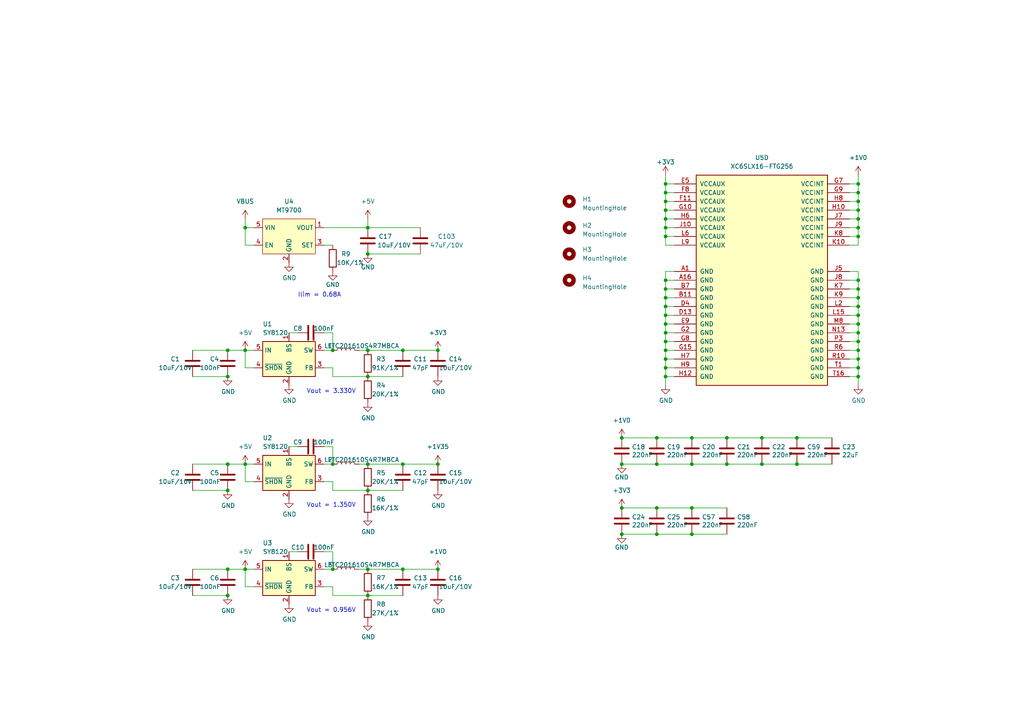
<source format=kicad_sch>
(kicad_sch (version 20231120) (generator "eeschema") (generator_version "8.0")
  (paper "A4")
  (title_block (title "Caster EPDC") (date "2022-07-03") (rev "R0.4") (company "Copyright 2022 Modos / Engineer: Wenting Zhang"))
  (junction (at 248.92 68.58))
  (junction (at 66.04 101.6))
  (junction (at 116.84 134.62))
  (junction (at 248.92 66.04))
  (junction (at 200.66 127) (diameter 0.9144))
  (junction (at 190.5 147.32))
  (junction (at 96.52 165.1))
  (junction (at 106.68 165.1) (diameter 0.9144))
  (junction (at 200.66 147.32))
  (junction (at 248.92 91.44))
  (junction (at 193.04 81.28))
  (junction (at 106.68 134.62) (diameter 0.9144))
  (junction (at 193.04 60.96))
  (junction (at 231.14 134.62))
  (junction (at 71.12 165.1) (diameter 0.9144))
  (junction (at 106.68 73.66))
  (junction (at 193.04 104.14))
  (junction (at 71.12 101.6) (diameter 0.9144))
  (junction (at 248.92 109.22))
  (junction (at 106.68 109.22) (diameter 0.9144))
  (junction (at 193.04 91.44))
  (junction (at 106.68 172.72) (diameter 0.9144))
  (junction (at 248.92 93.98))
  (junction (at 193.04 68.58))
  (junction (at 220.98 127))
  (junction (at 193.04 101.6))
  (junction (at 193.04 93.98))
  (junction (at 116.84 101.6))
  (junction (at 210.82 134.62) (diameter 0.9144))
  (junction (at 248.92 86.36))
  (junction (at 248.92 58.42))
  (junction (at 248.92 106.68))
  (junction (at 193.04 53.34))
  (junction (at 127 101.6))
  (junction (at 127 165.1))
  (junction (at 193.04 63.5))
  (junction (at 220.98 134.62))
  (junction (at 106.68 101.6) (diameter 0.9144))
  (junction (at 71.12 134.62) (diameter 0.9144))
  (junction (at 248.92 88.9))
  (junction (at 248.92 83.82))
  (junction (at 116.84 165.1))
  (junction (at 200.66 134.62) (diameter 0.9144))
  (junction (at 106.68 142.24) (diameter 0.9144))
  (junction (at 248.92 99.06))
  (junction (at 248.92 81.28))
  (junction (at 66.04 142.24) (diameter 0.9144))
  (junction (at 193.04 96.52))
  (junction (at 193.04 58.42))
  (junction (at 127 134.62))
  (junction (at 248.92 63.5))
  (junction (at 180.34 147.32))
  (junction (at 190.5 154.94))
  (junction (at 96.52 134.62))
  (junction (at 193.04 55.88))
  (junction (at 193.04 109.22))
  (junction (at 71.12 66.04))
  (junction (at 96.52 101.6))
  (junction (at 248.92 101.6))
  (junction (at 193.04 99.06))
  (junction (at 66.04 134.62))
  (junction (at 231.14 127))
  (junction (at 248.92 104.14))
  (junction (at 66.04 172.72) (diameter 0.9144))
  (junction (at 106.68 66.04))
  (junction (at 193.04 106.68))
  (junction (at 193.04 66.04))
  (junction (at 180.34 154.94))
  (junction (at 193.04 86.36))
  (junction (at 210.82 127) (diameter 0.9144))
  (junction (at 180.34 127))
  (junction (at 190.5 134.62) (diameter 0.9144))
  (junction (at 200.66 154.94))
  (junction (at 66.04 165.1))
  (junction (at 66.04 109.22) (diameter 0.9144))
  (junction (at 248.92 96.52))
  (junction (at 180.34 134.62) (diameter 0.9144))
  (junction (at 248.92 60.96))
  (junction (at 193.04 88.9))
  (junction (at 248.92 55.88))
  (junction (at 248.92 53.34))
  (junction (at 190.5 127) (diameter 0.9144))
  (junction (at 193.04 83.82))
  (wire (pts (xy 193.04 101.6) (xy 195.58 101.6)))
  (wire (pts (xy 106.68 134.62) (xy 104.14 134.62)))
  (wire (pts (xy 83.82 160.02) (xy 86.36 160.02)))
  (wire (pts (xy 121.92 73.66) (xy 106.68 73.66)))
  (wire (pts (xy 71.12 134.62) (xy 73.66 134.62)))
  (wire (pts (xy 66.04 101.6) (xy 71.12 101.6)))
  (wire (pts (xy 193.04 53.34) (xy 195.58 53.34)))
  (wire (pts (xy 246.38 78.74) (xy 248.92 78.74)))
  (wire (pts (xy 93.98 71.12) (xy 96.52 71.12)))
  (wire (pts (xy 248.92 101.6) (xy 248.92 104.14)))
  (wire (pts (xy 71.12 66.04) (xy 73.66 66.04)))
  (wire (pts (xy 121.92 66.04) (xy 106.68 66.04)))
  (wire (pts (xy 193.04 81.28) (xy 195.58 81.28)))
  (wire (pts (xy 96.52 101.6) (xy 93.98 101.6)))
  (wire (pts (xy 93.98 129.54) (xy 96.52 129.54)))
  (wire (pts (xy 248.92 81.28) (xy 246.38 81.28)))
  (wire (pts (xy 71.12 71.12) (xy 73.66 71.12)))
  (wire (pts (xy 248.92 58.42) (xy 248.92 60.96)))
  (wire (pts (xy 73.66 139.7) (xy 71.12 139.7)))
  (wire (pts (xy 210.82 134.62) (xy 220.98 134.62)))
  (wire (pts (xy 116.84 101.6) (xy 127 101.6)))
  (wire (pts (xy 248.92 58.42) (xy 246.38 58.42)))
  (wire (pts (xy 248.92 99.06) (xy 246.38 99.06)))
  (wire (pts (xy 200.66 147.32) (xy 210.82 147.32)))
  (wire (pts (xy 248.92 106.68) (xy 248.92 109.22)))
  (wire (pts (xy 106.68 172.72) (xy 116.84 172.72)))
  (wire (pts (xy 96.52 170.18) (xy 96.52 172.72)))
  (wire (pts (xy 93.98 170.18) (xy 96.52 170.18)))
  (wire (pts (xy 55.88 172.72) (xy 66.04 172.72)))
  (wire (pts (xy 106.68 109.22) (xy 96.52 109.22)))
  (wire (pts (xy 193.04 58.42) (xy 195.58 58.42)))
  (wire (pts (xy 66.04 165.1) (xy 71.12 165.1)))
  (wire (pts (xy 193.04 106.68) (xy 195.58 106.68)))
  (wire (pts (xy 200.66 134.62) (xy 190.5 134.62)))
  (wire (pts (xy 193.04 83.82) (xy 195.58 83.82)))
  (wire (pts (xy 190.5 154.94) (xy 200.66 154.94)))
  (wire (pts (xy 248.92 53.34) (xy 246.38 53.34)))
  (wire (pts (xy 248.92 109.22) (xy 248.92 111.76)))
  (wire (pts (xy 200.66 127) (xy 190.5 127)))
  (wire (pts (xy 248.92 106.68) (xy 246.38 106.68)))
  (wire (pts (xy 193.04 63.5) (xy 195.58 63.5)))
  (wire (pts (xy 248.92 86.36) (xy 248.92 88.9)))
  (wire (pts (xy 248.92 55.88) (xy 246.38 55.88)))
  (wire (pts (xy 71.12 63.5) (xy 71.12 66.04)))
  (wire (pts (xy 248.92 50.8) (xy 248.92 53.34)))
  (wire (pts (xy 248.92 71.12) (xy 246.38 71.12)))
  (wire (pts (xy 193.04 109.22) (xy 195.58 109.22)))
  (wire (pts (xy 248.92 104.14) (xy 246.38 104.14)))
  (wire (pts (xy 248.92 68.58) (xy 248.92 71.12)))
  (wire (pts (xy 193.04 86.36) (xy 195.58 86.36)))
  (wire (pts (xy 193.04 96.52) (xy 195.58 96.52)))
  (wire (pts (xy 55.88 109.22) (xy 66.04 109.22)))
  (wire (pts (xy 248.92 55.88) (xy 248.92 58.42)))
  (wire (pts (xy 116.84 134.62) (xy 127 134.62)))
  (wire (pts (xy 248.92 81.28) (xy 248.92 83.82)))
  (wire (pts (xy 106.68 101.6) (xy 104.14 101.6)))
  (wire (pts (xy 248.92 83.82) (xy 248.92 86.36)))
  (wire (pts (xy 96.52 106.68) (xy 96.52 109.22)))
  (wire (pts (xy 93.98 106.68) (xy 96.52 106.68)))
  (wire (pts (xy 71.12 106.68) (xy 71.12 101.6)))
  (wire (pts (xy 83.82 96.52) (xy 86.36 96.52)))
  (wire (pts (xy 248.92 109.22) (xy 246.38 109.22)))
  (wire (pts (xy 231.14 127) (xy 241.3 127)))
  (wire (pts (xy 106.68 142.24) (xy 116.84 142.24)))
  (wire (pts (xy 96.52 160.02) (xy 96.52 165.1)))
  (wire (pts (xy 71.12 165.1) (xy 73.66 165.1)))
  (wire (pts (xy 193.04 99.06) (xy 195.58 99.06)))
  (wire (pts (xy 248.92 83.82) (xy 246.38 83.82)))
  (wire (pts (xy 106.68 172.72) (xy 96.52 172.72)))
  (wire (pts (xy 248.92 99.06) (xy 248.92 101.6)))
  (wire (pts (xy 190.5 154.94) (xy 180.34 154.94)))
  (wire (pts (xy 193.04 55.88) (xy 195.58 55.88)))
  (wire (pts (xy 200.66 154.94) (xy 210.82 154.94)))
  (wire (pts (xy 106.68 134.62) (xy 116.84 134.62)))
  (wire (pts (xy 248.92 91.44) (xy 248.92 93.98)))
  (wire (pts (xy 73.66 106.68) (xy 71.12 106.68)))
  (wire (pts (xy 248.92 91.44) (xy 246.38 91.44)))
  (wire (pts (xy 248.92 63.5) (xy 246.38 63.5)))
  (wire (pts (xy 71.12 101.6) (xy 73.66 101.6)))
  (wire (pts (xy 55.88 134.62) (xy 66.04 134.62)))
  (wire (pts (xy 96.52 96.52) (xy 96.52 101.6)))
  (wire (pts (xy 93.98 139.7) (xy 96.52 139.7)))
  (wire (pts (xy 248.92 60.96) (xy 246.38 60.96)))
  (wire (pts (xy 71.12 139.7) (xy 71.12 134.62)))
  (wire (pts (xy 248.92 96.52) (xy 248.92 99.06)))
  (wire (pts (xy 220.98 127) (xy 231.14 127)))
  (wire (pts (xy 106.68 66.04) (xy 106.68 63.5)))
  (wire (pts (xy 248.92 53.34) (xy 248.92 55.88)))
  (wire (pts (xy 193.04 60.96) (xy 195.58 60.96)))
  (wire (pts (xy 248.92 88.9) (xy 246.38 88.9)))
  (wire (pts (xy 193.04 66.04) (xy 195.58 66.04)))
  (wire (pts (xy 248.92 93.98) (xy 248.92 96.52)))
  (wire (pts (xy 248.92 78.74) (xy 248.92 81.28)))
  (wire (pts (xy 248.92 66.04) (xy 248.92 68.58)))
  (wire (pts (xy 248.92 68.58) (xy 246.38 68.58)))
  (wire (pts (xy 55.88 165.1) (xy 66.04 165.1)))
  (wire (pts (xy 231.14 134.62) (xy 241.3 134.62)))
  (wire (pts (xy 248.92 93.98) (xy 246.38 93.98)))
  (wire (pts (xy 193.04 68.58) (xy 195.58 68.58)))
  (wire (pts (xy 96.52 129.54) (xy 96.52 134.62)))
  (wire (pts (xy 193.04 50.8) (xy 193.04 53.34)))
  (wire (pts (xy 193.04 53.34) (xy 193.04 55.88)))
  (wire (pts (xy 193.04 55.88) (xy 193.04 58.42)))
  (wire (pts (xy 193.04 58.42) (xy 193.04 60.96)))
  (wire (pts (xy 193.04 60.96) (xy 193.04 63.5)))
  (wire (pts (xy 193.04 63.5) (xy 193.04 66.04)))
  (wire (pts (xy 193.04 66.04) (xy 193.04 68.58)))
  (wire (pts (xy 193.04 68.58) (xy 193.04 71.12)))
  (wire (pts (xy 193.04 71.12) (xy 195.58 71.12)))
  (wire (pts (xy 71.12 170.18) (xy 71.12 165.1)))
  (wire (pts (xy 210.82 134.62) (xy 200.66 134.62)))
  (wire (pts (xy 83.82 129.54) (xy 86.36 129.54)))
  (wire (pts (xy 180.34 147.32) (xy 190.5 147.32)))
  (wire (pts (xy 96.52 165.1) (xy 93.98 165.1)))
  (wire (pts (xy 55.88 142.24) (xy 66.04 142.24)))
  (wire (pts (xy 96.52 134.62) (xy 93.98 134.62)))
  (wire (pts (xy 93.98 66.04) (xy 106.68 66.04)))
  (wire (pts (xy 106.68 142.24) (xy 96.52 142.24)))
  (wire (pts (xy 106.68 109.22) (xy 116.84 109.22)))
  (wire (pts (xy 248.92 101.6) (xy 246.38 101.6)))
  (wire (pts (xy 210.82 127) (xy 200.66 127)))
  (wire (pts (xy 193.04 104.14) (xy 195.58 104.14)))
  (wire (pts (xy 66.04 134.62) (xy 71.12 134.62)))
  (wire (pts (xy 248.92 86.36) (xy 246.38 86.36)))
  (wire (pts (xy 220.98 134.62) (xy 231.14 134.62)))
  (wire (pts (xy 193.04 91.44) (xy 195.58 91.44)))
  (wire (pts (xy 73.66 170.18) (xy 71.12 170.18)))
  (wire (pts (xy 71.12 66.04) (xy 71.12 71.12)))
  (wire (pts (xy 106.68 165.1) (xy 104.14 165.1)))
  (wire (pts (xy 193.04 88.9) (xy 195.58 88.9)))
  (wire (pts (xy 248.92 63.5) (xy 248.92 66.04)))
  (wire (pts (xy 190.5 134.62) (xy 180.34 134.62)))
  (wire (pts (xy 248.92 96.52) (xy 246.38 96.52)))
  (wire (pts (xy 116.84 165.1) (xy 127 165.1)))
  (wire (pts (xy 248.92 60.96) (xy 248.92 63.5)))
  (wire (pts (xy 190.5 147.32) (xy 200.66 147.32)))
  (wire (pts (xy 93.98 96.52) (xy 96.52 96.52)))
  (wire (pts (xy 106.68 165.1) (xy 116.84 165.1)))
  (wire (pts (xy 193.04 93.98) (xy 195.58 93.98)))
  (wire (pts (xy 193.04 78.74) (xy 193.04 81.28)))
  (wire (pts (xy 195.58 78.74) (xy 193.04 78.74)))
  (wire (pts (xy 193.04 81.28) (xy 193.04 83.82)))
  (wire (pts (xy 193.04 83.82) (xy 193.04 86.36)))
  (wire (pts (xy 193.04 99.06) (xy 193.04 101.6)))
  (wire (pts (xy 193.04 101.6) (xy 193.04 104.14)))
  (wire (pts (xy 193.04 91.44) (xy 193.04 93.98)))
  (wire (pts (xy 193.04 93.98) (xy 193.04 96.52)))
  (wire (pts (xy 193.04 96.52) (xy 193.04 99.06)))
  (wire (pts (xy 193.04 86.36) (xy 193.04 88.9)))
  (wire (pts (xy 193.04 88.9) (xy 193.04 91.44)))
  (wire (pts (xy 193.04 104.14) (xy 193.04 106.68)))
  (wire (pts (xy 193.04 106.68) (xy 193.04 109.22)))
  (wire (pts (xy 193.04 109.22) (xy 193.04 111.76)))
  (wire (pts (xy 248.92 88.9) (xy 248.92 91.44)))
  (wire (pts (xy 106.68 101.6) (xy 116.84 101.6)))
  (wire (pts (xy 248.92 104.14) (xy 248.92 106.68)))
  (wire (pts (xy 180.34 127) (xy 190.5 127)))
  (wire (pts (xy 248.92 66.04) (xy 246.38 66.04)))
  (wire (pts (xy 210.82 127) (xy 220.98 127)))
  (wire (pts (xy 55.88 101.6) (xy 66.04 101.6)))
  (wire (pts (xy 96.52 139.7) (xy 96.52 142.24)))
  (wire (pts (xy 93.98 160.02) (xy 96.52 160.02)))
  (text "Vout = 1.350V" (at 88.9 147.32 0) (effects (font (size 1.27 1.27)) (justify left bottom)))
  (text "Ilim = 0.68A" (at 86.36 86.36 0) (effects (font (size 1.27 1.27)) (justify left bottom)))
  (text "Vout = 0.956V" (at 88.9 177.8 0) (effects (font (size 1.27 1.27)) (justify left bottom)))
  (text "Vout = 3.330V" (at 88.9 114.3 0) (effects (font (size 1.27 1.27)) (justify left bottom)))
  (symbol (lib_id "power:GND") (at 127 142.24 0) (unit 1)
    (property "Reference" "#PWR023" (effects (hide yes)))
    (property "Value" "GND" (at 127.127 146.6342 0))
  )
  (symbol (lib_id "Device:R") (at 106.68 168.91 180) (unit 1)
    (property "Reference" "R7" (at 110.49 167.64 0))
    (property "Value" "16K/1%" (at 111.76 170.18 0))
    (property "Footprint" "Resistor_SMD:R_0402_1005Metric" (effects (hide yes)))
  )
  (symbol (lib_id "power:GND") (at 193.04 111.76 0) (unit 1)
    (property "Reference" "#PWR031" (effects (hide yes)))
    (property "Value" "GND" (at 193.167 116.1542 0))
  )
  (symbol (lib_id "power:+1V35") (at 127 134.62 0) (unit 1)
    (property "Reference" "#PWR022" (effects (hide yes)))
    (property "Value" "+1V35" (at 127 129.54 0))
  )
  (symbol (lib_id "power:GND") (at 96.52 78.74 0) (mirror y) (unit 1)
    (property "Reference" "#PWR019" (effects (hide yes)))
    (property "Value" "GND" (at 96.52 82.55 0))
  )
  (symbol (lib_id "Device:C") (at 127 138.43 180) (unit 1)
    (property "Reference" "C15" (at 132.08 137.16 0))
    (property "Value" "10uF/10V" (at 132.08 139.7 0))
    (property "Footprint" "Capacitor_SMD:C_0805_2012Metric" (effects (hide yes)))
  )
  (symbol (lib_id "Device:C") (at 200.66 151.13 0) (unit 1)
    (property "Reference" "C57" (at 203.581 149.9616 0) (effects (justify left)))
    (property "Value" "220nF" (at 203.581 152.273 0) (effects (justify left)))
    (property "Footprint" "Capacitor_SMD:C_0402_1005Metric" (effects (hide yes)))
    (property "LCSC" "C880414" (effects (hide yes)))
    (property "Ref.Price" "0.0036" (effects (hide yes)))
  )
  (symbol (lib_id "Device:R") (at 106.68 113.03 180) (unit 1)
    (property "Reference" "R4" (at 110.49 111.76 0))
    (property "Value" "20K/1%" (at 111.76 114.3 0))
    (property "Footprint" "Resistor_SMD:R_0402_1005Metric" (effects (hide yes)))
  )
  (symbol (lib_id "power:+5V") (at 106.68 63.5 0) (unit 1)
    (property "Reference" "#PWR026" (effects (hide yes)))
    (property "Value" "+5V" (at 106.68 58.42 0))
  )
  (symbol (lib_id "power:+1V0") (at 180.34 127 0) (unit 1)
    (property "Reference" "#PWR028" (effects (hide yes)))
    (property "Value" "+1V0" (at 180.34 121.92 0))
  )
  (symbol (lib_id "Device:L") (at 100.33 101.6 90) (unit 1)
    (property "Reference" "L1" (at 95.25 100.33 90))
    (property "Value" "FTC201610S4R7MBCA" (at 105.41 100.33 90))
    (property "Footprint" "Inductor_SMD:L_Murata_DFE201610P" (effects (hide yes)))
  )
  (symbol (lib_id "power:GND") (at 127 172.72 0) (unit 1)
    (property "Reference" "#PWR025" (effects (hide yes)))
    (property "Value" "GND" (at 127.127 177.1142 0))
  )
  (symbol (lib_id "Device:C") (at 190.5 151.13 0) (unit 1)
    (property "Reference" "C25" (at 193.421 149.9616 0) (effects (justify left)))
    (property "Value" "220nF" (at 193.421 152.273 0) (effects (justify left)))
    (property "Footprint" "Capacitor_SMD:C_0402_1005Metric" (effects (hide yes)))
    (property "LCSC" "C880414" (effects (hide yes)))
    (property "Ref.Price" "0.0036" (effects (hide yes)))
  )
  (symbol (lib_id "Device:L") (at 100.33 134.62 90) (unit 1)
    (property "Reference" "L2" (at 95.25 133.35 90))
    (property "Value" "FTC201610S4R7MBCA" (at 105.41 133.35 90))
    (property "Footprint" "Inductor_SMD:L_Murata_DFE201610P" (effects (hide yes)))
  )
  (symbol (lib_id "Device:C") (at 116.84 138.43 180) (unit 1)
    (property "Reference" "C12" (at 121.92 137.16 0))
    (property "Value" "47pF" (at 121.92 139.7 0))
    (property "Footprint" "Capacitor_SMD:C_0402_1005Metric" (effects (hide yes)))
  )
  (symbol (lib_id "symbols:SY8120") (at 83.82 167.64 0) (unit 1)
    (property "Reference" "U3" (at 76.2 157.48 0) (effects (justify left)))
    (property "Value" "SY8120" (at 76.2 160.02 0) (effects (justify left)))
    (property "Footprint" "Package_TO_SOT_SMD:TSOT-23-6" (effects (hide yes)))
  )
  (symbol (lib_id "power:+1V0") (at 248.92 50.8 0) (unit 1)
    (property "Reference" "#PWR034" (effects (hide yes)))
    (property "Value" "+1V0" (at 248.92 45.72 0))
  )
  (symbol (lib_id "power:GND") (at 106.68 116.84 0) (unit 1)
    (property "Reference" "#PWR015" (effects (hide yes)))
    (property "Value" "GND" (at 106.807 121.2342 0))
  )
  (symbol (lib_id "Device:C") (at 90.17 160.02 270) (unit 1)
    (property "Reference" "C10" (at 86.36 158.75 90))
    (property "Value" "100nF" (at 93.98 158.75 90))
    (property "Footprint" "Capacitor_SMD:C_0402_1005Metric" (effects (hide yes)))
  )
  (symbol (lib_id "Device:R") (at 96.52 74.93 180) (unit 1)
    (property "Reference" "R9" (at 100.33 73.66 0))
    (property "Value" "10K/1%" (at 101.6 76.2 0))
    (property "Footprint" "Resistor_SMD:R_0402_1005Metric" (effects (hide yes)))
  )
  (symbol (lib_id "Device:L") (at 100.33 165.1 90) (unit 1)
    (property "Reference" "L3" (at 95.25 163.83 90))
    (property "Value" "FTC201610S4R7MBCA" (at 105.41 163.83 90))
    (property "Footprint" "Inductor_SMD:L_Murata_DFE201610P" (effects (hide yes)))
  )
  (symbol (lib_id "Device:R") (at 106.68 138.43 180) (unit 1)
    (property "Reference" "R5" (at 110.49 137.16 0))
    (property "Value" "20K/1%" (at 111.76 139.7 0))
    (property "Footprint" "Resistor_SMD:R_0402_1005Metric" (effects (hide yes)))
  )
  (symbol (lib_id "Device:R") (at 106.68 146.05 180) (unit 1)
    (property "Reference" "R6" (at 110.49 144.78 0))
    (property "Value" "16K/1%" (at 111.76 147.32 0))
    (property "Footprint" "Resistor_SMD:R_0402_1005Metric" (effects (hide yes)))
  )
  (symbol (lib_id "symbols:SY8120") (at 83.82 104.14 0) (unit 1)
    (property "Reference" "U1" (at 76.2 93.98 0) (effects (justify left)))
    (property "Value" "SY8120" (at 76.2 96.52 0) (effects (justify left)))
    (property "Footprint" "Package_TO_SOT_SMD:TSOT-23-6" (effects (hide yes)))
  )
  (symbol (lib_id "Device:C") (at 66.04 105.41 180) (unit 1)
    (property "Reference" "C4" (at 62.23 104.14 0))
    (property "Value" "100nF" (at 60.96 106.68 0))
    (property "Footprint" "Capacitor_SMD:C_0402_1005Metric" (effects (hide yes)))
  )
  (symbol (lib_id "Device:C") (at 231.14 130.81 0) (unit 1)
    (property "Reference" "C59" (at 234.061 129.6416 0) (effects (justify left)))
    (property "Value" "220nF" (at 234.061 131.953 0) (effects (justify left)))
    (property "Footprint" "Capacitor_SMD:C_0402_1005Metric" (effects (hide yes)))
    (property "LCSC" "C880414" (effects (hide yes)))
    (property "Ref.Price" "0.0036" (effects (hide yes)))
  )
  (symbol (lib_id "Device:C") (at 55.88 138.43 180) (unit 1)
    (property "Reference" "C2" (at 50.8 137.16 0))
    (property "Value" "10uF/10V" (at 50.8 139.7 0))
    (property "Footprint" "Capacitor_SMD:C_0805_2012Metric" (effects (hide yes)))
  )
  (symbol (lib_id "Device:C") (at 55.88 105.41 180) (unit 1)
    (property "Reference" "C1" (at 50.8 104.14 0))
    (property "Value" "10uF/10V" (at 50.8 106.68 0))
    (property "Footprint" "Capacitor_SMD:C_0805_2012Metric" (effects (hide yes)))
  )
  (symbol (lib_id "Device:C") (at 127 105.41 180) (unit 1)
    (property "Reference" "C14" (at 132.08 104.14 0))
    (property "Value" "10uF/10V" (at 132.08 106.68 0))
    (property "Footprint" "Capacitor_SMD:C_0805_2012Metric" (effects (hide yes)))
  )
  (symbol (lib_id "Device:C") (at 220.98 130.81 0) (unit 1)
    (property "Reference" "C22" (at 223.901 129.6416 0) (effects (justify left)))
    (property "Value" "220nF" (at 223.901 131.953 0) (effects (justify left)))
    (property "Footprint" "Capacitor_SMD:C_0402_1005Metric" (effects (hide yes)))
    (property "LCSC" "C880414" (effects (hide yes)))
    (property "Ref.Price" "0.0036" (effects (hide yes)))
  )
  (symbol (lib_id "power:GND") (at 127 109.22 0) (unit 1)
    (property "Reference" "#PWR021" (effects (hide yes)))
    (property "Value" "GND" (at 127.127 113.6142 0))
  )
  (symbol (lib_id "Mechanical:MountingHole") (at 165.1 66.04 0) (unit 1)
    (property "Reference" "H2" (at 168.91 65.4049 0) (effects (justify left)))
    (property "Value" "MountingHole" (at 168.91 67.9449 0) (effects (justify left)))
    (property "Footprint" "MountingHole:MountingHole_2.2mm_M2_DIN965" (effects (hide yes)))
  )
  (symbol (lib_id "Mechanical:MountingHole") (at 165.1 81.28 0) (unit 1)
    (property "Reference" "H4" (at 168.91 80.6449 0) (effects (justify left)))
    (property "Value" "MountingHole" (at 168.91 83.1849 0) (effects (justify left)))
    (property "Footprint" "MountingHole:MountingHole_2.2mm_M2_DIN965" (effects (hide yes)))
  )
  (symbol (lib_id "Device:R") (at 106.68 176.53 180) (unit 1)
    (property "Reference" "R8" (at 110.49 175.26 0))
    (property "Value" "27K/1%" (at 111.76 177.8 0))
    (property "Footprint" "Resistor_SMD:R_0402_1005Metric" (effects (hide yes)))
  )
  (symbol (lib_id "power:GND") (at 66.04 142.24 0) (unit 1)
    (property "Reference" "#PWR03" (effects (hide yes)))
    (property "Value" "GND" (at 66.167 146.6342 0))
  )
  (symbol (lib_id "Device:C") (at 90.17 96.52 270) (unit 1)
    (property "Reference" "C8" (at 86.36 95.25 90))
    (property "Value" "100nF" (at 93.98 95.25 90))
    (property "Footprint" "Capacitor_SMD:C_0402_1005Metric" (effects (hide yes)))
  )
  (symbol (lib_id "Device:C") (at 200.66 130.81 0) (unit 1)
    (property "Reference" "C20" (at 203.581 129.6416 0) (effects (justify left)))
    (property "Value" "220nF" (at 203.581 131.953 0) (effects (justify left)))
    (property "Footprint" "Capacitor_SMD:C_0402_1005Metric" (effects (hide yes)))
    (property "LCSC" "C880414" (effects (hide yes)))
    (property "Ref.Price" "0.0036" (effects (hide yes)))
  )
  (symbol (lib_id "power:GND") (at 66.04 109.22 0) (unit 1)
    (property "Reference" "#PWR02" (effects (hide yes)))
    (property "Value" "GND" (at 66.167 113.6142 0))
  )
  (symbol (lib_id "power:GND") (at 248.92 111.76 0) (unit 1)
    (property "Reference" "#PWR035" (effects (hide yes)))
    (property "Value" "GND" (at 249.047 116.1542 0))
  )
  (symbol (lib_id "power:GND") (at 106.68 149.86 0) (unit 1)
    (property "Reference" "#PWR016" (effects (hide yes)))
    (property "Value" "GND" (at 106.807 154.2542 0))
  )
  (symbol (lib_id "power:+5V") (at 71.12 101.6 0) (unit 1)
    (property "Reference" "#PWR06" (effects (hide yes)))
    (property "Value" "+5V" (at 71.12 96.52 0))
  )
  (symbol (lib_id "power:GND") (at 106.68 180.34 0) (unit 1)
    (property "Reference" "#PWR017" (effects (hide yes)))
    (property "Value" "GND" (at 106.807 184.7342 0))
  )
  (symbol (lib_id "Device:C") (at 121.92 69.85 0) (mirror x) (unit 1)
    (property "Reference" "C103" (at 129.54 68.58 0))
    (property "Value" "47uF/10V" (at 129.54 71.12 0))
    (property "Footprint" "Capacitor_SMD:C_1206_3216Metric" (effects (hide yes)))
    (property "LCSC" "C105490" (effects (hide yes)))
    (property "Ref.Price" "0.0165" (effects (hide yes)))
  )
  (symbol (lib_id "Device:C") (at 106.68 69.85 0) (mirror x) (unit 1)
    (property "Reference" "C17" (at 111.76 68.58 0))
    (property "Value" "10uF/10V" (at 114.3 71.12 0))
    (property "Footprint" "Capacitor_SMD:C_0805_2012Metric" (effects (hide yes)))
    (property "LCSC" "C105490" (effects (hide yes)))
    (property "Ref.Price" "0.0165" (effects (hide yes)))
  )
  (symbol (lib_id "Device:C") (at 210.82 151.13 0) (unit 1)
    (property "Reference" "C58" (at 213.741 149.9616 0) (effects (justify left)))
    (property "Value" "220nF" (at 213.741 152.273 0) (effects (justify left)))
    (property "Footprint" "Capacitor_SMD:C_0402_1005Metric" (effects (hide yes)))
    (property "LCSC" "C880414" (effects (hide yes)))
    (property "Ref.Price" "0.0036" (effects (hide yes)))
  )
  (symbol (lib_id "power:+3V3") (at 127 101.6 0) (unit 1)
    (property "Reference" "#PWR020" (effects (hide yes)))
    (property "Value" "+3V3" (at 127 96.52 0))
  )
  (symbol (lib_id "symbols:SY8120") (at 83.82 137.16 0) (unit 1)
    (property "Reference" "U2" (at 76.2 127 0) (effects (justify left)))
    (property "Value" "SY8120" (at 76.2 129.54 0) (effects (justify left)))
    (property "Footprint" "Package_TO_SOT_SMD:TSOT-23-6" (effects (hide yes)))
  )
  (symbol (lib_id "power:GND") (at 83.82 76.2 0) (unit 1)
    (property "Reference" "#PWR018" (effects (hide yes)))
    (property "Value" "GND" (at 83.947 80.5942 0))
  )
  (symbol (lib_id "power:GND") (at 106.68 73.66 0) (mirror y) (unit 1)
    (property "Reference" "#PWR027" (effects (hide yes)))
    (property "Value" "GND" (at 106.68 77.47 0))
  )
  (symbol (lib_id "Device:C") (at 66.04 138.43 180) (unit 1)
    (property "Reference" "C5" (at 62.23 137.16 0))
    (property "Value" "100nF" (at 60.96 139.7 0))
    (property "Footprint" "Capacitor_SMD:C_0402_1005Metric" (effects (hide yes)))
  )
  (symbol (lib_id "Device:C") (at 55.88 168.91 180) (unit 1)
    (property "Reference" "C3" (at 50.8 167.64 0))
    (property "Value" "10uF/10V" (at 50.8 170.18 0))
    (property "Footprint" "Capacitor_SMD:C_0805_2012Metric" (effects (hide yes)))
  )
  (symbol (lib_id "power:+3V3") (at 180.34 147.32 0) (unit 1)
    (property "Reference" "#PWR032" (effects (hide yes)))
    (property "Value" "+3V3" (at 180.34 142.24 0))
  )
  (symbol (lib_id "Device:C") (at 116.84 105.41 180) (unit 1)
    (property "Reference" "C11" (at 121.92 104.14 0))
    (property "Value" "47pF" (at 121.92 106.68 0))
    (property "Footprint" "Capacitor_SMD:C_0402_1005Metric" (effects (hide yes)))
  )
  (symbol (lib_id "Device:C") (at 180.34 151.13 0) (unit 1)
    (property "Reference" "C24" (at 183.261 149.9616 0) (effects (justify left)))
    (property "Value" "220nF" (at 183.261 152.273 0) (effects (justify left)))
    (property "Footprint" "Capacitor_SMD:C_0402_1005Metric" (effects (hide yes)))
    (property "LCSC" "C880414" (effects (hide yes)))
    (property "Ref.Price" "0.0036" (effects (hide yes)))
  )
  (symbol (lib_id "Device:C") (at 116.84 168.91 180) (unit 1)
    (property "Reference" "C13" (at 121.92 167.64 0))
    (property "Value" "47pF" (at 121.92 170.18 0))
    (property "Footprint" "Capacitor_SMD:C_0402_1005Metric" (effects (hide yes)))
  )
  (symbol (lib_id "Mechanical:MountingHole") (at 165.1 73.66 0) (unit 1)
    (property "Reference" "H3" (at 168.91 72.39 0) (effects (justify left)))
    (property "Value" "MountingHole" (at 168.91 74.93 0) (effects (justify left)))
    (property "Footprint" "MountingHole:MountingHole_2.2mm_M2_DIN965" (effects (hide yes)))
  )
  (symbol (lib_id "Device:C") (at 66.04 168.91 180) (unit 1)
    (property "Reference" "C6" (at 62.23 167.64 0))
    (property "Value" "100nF" (at 60.96 170.18 0))
    (property "Footprint" "Capacitor_SMD:C_0402_1005Metric" (effects (hide yes)))
  )
  (symbol (lib_id "Mechanical:MountingHole") (at 165.1 58.42 0) (unit 1)
    (property "Reference" "H1" (at 168.91 57.7849 0) (effects (justify left)))
    (property "Value" "MountingHole" (at 168.91 60.3249 0) (effects (justify left)))
    (property "Footprint" "MountingHole:MountingHole_2.2mm_M2_DIN965" (effects (hide yes)))
  )
  (symbol (lib_id "FPGA_Xilinx_Spartan6:XC6SLX16-FTG256") (at 220.98 81.28 0) (unit 4)
    (property "Reference" "U5" (at 220.98 45.72 0))
    (property "Value" "XC6SLX16-FTG256" (at 220.98 48.26 0))
    (property "Footprint" "footprints:Xilinx_FTG256" (effects (hide yes)))
    (property "LCSC" "C39313" (effects (hide yes)))
    (property "Ref.Price" "7.4837" (effects (hide yes)))
  )
  (symbol (lib_id "Device:C") (at 190.5 130.81 0) (unit 1)
    (property "Reference" "C19" (at 193.421 129.6416 0) (effects (justify left)))
    (property "Value" "220nF" (at 193.421 131.953 0) (effects (justify left)))
    (property "Footprint" "Capacitor_SMD:C_0402_1005Metric" (effects (hide yes)))
    (property "LCSC" "C880414" (effects (hide yes)))
    (property "Ref.Price" "0.0036" (effects (hide yes)))
  )
  (symbol (lib_id "Device:C") (at 241.3 130.81 0) (unit 1)
    (property "Reference" "C23" (at 244.221 129.6416 0) (effects (justify left)))
    (property "Value" "22uF" (at 244.221 131.953 0) (effects (justify left)))
    (property "Footprint" "Capacitor_SMD:C_0603_1608Metric" (effects (hide yes)))
    (property "LCSC" "C94018" (effects (hide yes)))
    (property "Ref.Price" "0.0301" (effects (hide yes)))
  )
  (symbol (lib_id "power:+1V0") (at 127 165.1 0) (unit 1)
    (property "Reference" "#PWR024" (effects (hide yes)))
    (property "Value" "+1V0" (at 127 160.02 0))
  )
  (symbol (lib_id "power:VBUS") (at 71.12 63.5 0) (unit 1)
    (property "Reference" "#PWR0142" (effects (hide yes)))
    (property "Value" "VBUS" (at 71.12 58.42 0))
  )
  (symbol (lib_id "power:GND") (at 180.34 134.62 0) (unit 1)
    (property "Reference" "#PWR029" (effects (hide yes)))
    (property "Value" "GND" (at 180.34 138.43 0))
  )
  (symbol (lib_id "power:+5V") (at 71.12 165.1 0) (unit 1)
    (property "Reference" "#PWR08" (effects (hide yes)))
    (property "Value" "+5V" (at 71.12 160.02 0))
  )
  (symbol (lib_id "power:GND") (at 180.34 154.94 0) (unit 1)
    (property "Reference" "#PWR033" (effects (hide yes)))
    (property "Value" "GND" (at 180.34 158.75 0))
  )
  (symbol (lib_id "Device:R") (at 106.68 105.41 180) (unit 1)
    (property "Reference" "R3" (at 110.49 104.14 0))
    (property "Value" "91K/1%" (at 111.76 106.68 0))
    (property "Footprint" "Resistor_SMD:R_0402_1005Metric" (effects (hide yes)))
  )
  (symbol (lib_id "power:GND") (at 66.04 172.72 0) (unit 1)
    (property "Reference" "#PWR04" (effects (hide yes)))
    (property "Value" "GND" (at 66.167 177.1142 0))
  )
  (symbol (lib_id "Device:C") (at 180.34 130.81 0) (unit 1)
    (property "Reference" "C18" (at 183.261 129.6416 0) (effects (justify left)))
    (property "Value" "220nF" (at 183.261 131.953 0) (effects (justify left)))
    (property "Footprint" "Capacitor_SMD:C_0402_1005Metric" (effects (hide yes)))
    (property "LCSC" "C880414" (effects (hide yes)))
    (property "Ref.Price" "0.0036" (effects (hide yes)))
  )
  (symbol (lib_id "symbols:MT9700") (at 83.82 68.58 0) (unit 1)
    (property "Reference" "U4" (at 83.82 58.42 0))
    (property "Value" "MT9700" (at 83.82 60.96 0))
    (property "Footprint" "Package_TO_SOT_SMD:SOT-23-5" (effects (hide yes)))
  )
  (symbol (lib_id "power:GND") (at 83.82 144.78 0) (unit 1)
    (property "Reference" "#PWR011" (effects (hide yes)))
    (property "Value" "GND" (at 83.947 149.1742 0))
  )
  (symbol (lib_id "power:GND") (at 83.82 175.26 0) (unit 1)
    (property "Reference" "#PWR012" (effects (hide yes)))
    (property "Value" "GND" (at 83.947 179.6542 0))
  )
  (symbol (lib_id "power:GND") (at 83.82 111.76 0) (unit 1)
    (property "Reference" "#PWR010" (effects (hide yes)))
    (property "Value" "GND" (at 83.947 116.1542 0))
  )
  (symbol (lib_id "Device:C") (at 210.82 130.81 0) (unit 1)
    (property "Reference" "C21" (at 213.741 129.6416 0) (effects (justify left)))
    (property "Value" "220nF" (at 213.741 131.953 0) (effects (justify left)))
    (property "Footprint" "Capacitor_SMD:C_0402_1005Metric" (effects (hide yes)))
    (property "LCSC" "C880414" (effects (hide yes)))
    (property "Ref.Price" "0.0036" (effects (hide yes)))
  )
  (symbol (lib_id "Device:C") (at 127 168.91 180) (unit 1)
    (property "Reference" "C16" (at 132.08 167.64 0))
    (property "Value" "10uF/10V" (at 132.08 170.18 0))
    (property "Footprint" "Capacitor_SMD:C_0805_2012Metric" (effects (hide yes)))
  )
  (symbol (lib_id "Device:C") (at 90.17 129.54 270) (unit 1)
    (property "Reference" "C9" (at 86.36 128.27 90))
    (property "Value" "100nF" (at 93.98 128.27 90))
    (property "Footprint" "Capacitor_SMD:C_0402_1005Metric" (effects (hide yes)))
  )
  (symbol (lib_id "power:+3V3") (at 193.04 50.8 0) (unit 1)
    (property "Reference" "#PWR030" (effects (hide yes)))
    (property "Value" "+3V3" (at 193.04 46.99 0))
  )
  (symbol (lib_id "power:+5V") (at 71.12 134.62 0) (unit 1)
    (property "Reference" "#PWR07" (effects (hide yes)))
    (property "Value" "+5V" (at 71.12 129.54 0))
  )
)
</source>
